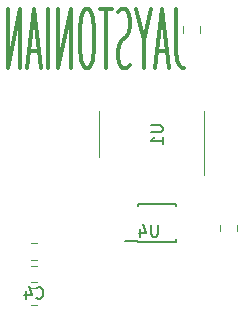
<source format=gbr>
G04 #@! TF.GenerationSoftware,KiCad,Pcbnew,(5.1.5)-3*
G04 #@! TF.CreationDate,2021-02-17T22:29:51-05:00*
G04 #@! TF.ProjectId,c128-sram256KB,63313238-2d73-4726-916d-3235364b422e,rev?*
G04 #@! TF.SameCoordinates,Original*
G04 #@! TF.FileFunction,Legend,Bot*
G04 #@! TF.FilePolarity,Positive*
%FSLAX46Y46*%
G04 Gerber Fmt 4.6, Leading zero omitted, Abs format (unit mm)*
G04 Created by KiCad (PCBNEW (5.1.5)-3) date 2021-02-17 22:29:51*
%MOMM*%
%LPD*%
G04 APERTURE LIST*
%ADD10C,0.350000*%
%ADD11C,0.120000*%
%ADD12C,0.150000*%
G04 APERTURE END LIST*
D10*
X89470642Y-96321904D02*
X89470642Y-99893333D01*
X89556357Y-100607619D01*
X89727785Y-101083809D01*
X89984928Y-101321904D01*
X90156357Y-101321904D01*
X88699214Y-99893333D02*
X87842071Y-99893333D01*
X88870642Y-101321904D02*
X88270642Y-96321904D01*
X87670642Y-101321904D01*
X86727785Y-98940952D02*
X86727785Y-101321904D01*
X87327785Y-96321904D02*
X86727785Y-98940952D01*
X86127785Y-96321904D01*
X85613500Y-101083809D02*
X85356357Y-101321904D01*
X84927785Y-101321904D01*
X84756357Y-101083809D01*
X84670642Y-100845714D01*
X84584928Y-100369523D01*
X84584928Y-99893333D01*
X84670642Y-99417142D01*
X84756357Y-99179047D01*
X84927785Y-98940952D01*
X85270642Y-98702857D01*
X85442071Y-98464761D01*
X85527785Y-98226666D01*
X85613500Y-97750476D01*
X85613500Y-97274285D01*
X85527785Y-96798095D01*
X85442071Y-96560000D01*
X85270642Y-96321904D01*
X84842071Y-96321904D01*
X84584928Y-96560000D01*
X84070642Y-96321904D02*
X83042071Y-96321904D01*
X83556357Y-101321904D02*
X83556357Y-96321904D01*
X82099214Y-96321904D02*
X81756357Y-96321904D01*
X81584928Y-96560000D01*
X81413500Y-97036190D01*
X81327785Y-97988571D01*
X81327785Y-99655238D01*
X81413500Y-100607619D01*
X81584928Y-101083809D01*
X81756357Y-101321904D01*
X82099214Y-101321904D01*
X82270642Y-101083809D01*
X82442071Y-100607619D01*
X82527785Y-99655238D01*
X82527785Y-97988571D01*
X82442071Y-97036190D01*
X82270642Y-96560000D01*
X82099214Y-96321904D01*
X80556357Y-101321904D02*
X80556357Y-96321904D01*
X79527785Y-101321904D01*
X79527785Y-96321904D01*
X78670642Y-101321904D02*
X78670642Y-96321904D01*
X77899214Y-99893333D02*
X77042071Y-99893333D01*
X78070642Y-101321904D02*
X77470642Y-96321904D01*
X76870642Y-101321904D01*
X76270642Y-101321904D02*
X76270642Y-96321904D01*
X75242071Y-101321904D01*
X75242071Y-96321904D01*
D11*
X91515000Y-98305252D02*
X91515000Y-97782748D01*
X90095000Y-98305252D02*
X90095000Y-97782748D01*
X77208748Y-119455000D02*
X77731252Y-119455000D01*
X77208748Y-118035000D02*
X77731252Y-118035000D01*
X94626500Y-114610248D02*
X94626500Y-115132752D01*
X93206500Y-114610248D02*
X93206500Y-115132752D01*
X77208748Y-121360000D02*
X77731252Y-121360000D01*
X77208748Y-119940000D02*
X77731252Y-119940000D01*
X77731252Y-116130000D02*
X77208748Y-116130000D01*
X77731252Y-117550000D02*
X77208748Y-117550000D01*
X82941000Y-106934000D02*
X82941000Y-104984000D01*
X82941000Y-106934000D02*
X82941000Y-108884000D01*
X91811000Y-106934000D02*
X91811000Y-104984000D01*
X91811000Y-106934000D02*
X91811000Y-110384000D01*
D12*
X86259000Y-116052000D02*
X86259000Y-115927000D01*
X89509000Y-116052000D02*
X89509000Y-115827000D01*
X89509000Y-112802000D02*
X89509000Y-113027000D01*
X86259000Y-112802000D02*
X86259000Y-113027000D01*
X86259000Y-116052000D02*
X89509000Y-116052000D01*
X86259000Y-112802000D02*
X89509000Y-112802000D01*
X86259000Y-115927000D02*
X85184000Y-115927000D01*
X77636666Y-120752142D02*
X77684285Y-120799761D01*
X77827142Y-120847380D01*
X77922380Y-120847380D01*
X78065238Y-120799761D01*
X78160476Y-120704523D01*
X78208095Y-120609285D01*
X78255714Y-120418809D01*
X78255714Y-120275952D01*
X78208095Y-120085476D01*
X78160476Y-119990238D01*
X78065238Y-119895000D01*
X77922380Y-119847380D01*
X77827142Y-119847380D01*
X77684285Y-119895000D01*
X77636666Y-119942619D01*
X76779523Y-120180714D02*
X76779523Y-120847380D01*
X77017619Y-119799761D02*
X77255714Y-120514047D01*
X76636666Y-120514047D01*
X87336380Y-106172095D02*
X88145904Y-106172095D01*
X88241142Y-106219714D01*
X88288761Y-106267333D01*
X88336380Y-106362571D01*
X88336380Y-106553047D01*
X88288761Y-106648285D01*
X88241142Y-106695904D01*
X88145904Y-106743523D01*
X87336380Y-106743523D01*
X88336380Y-107743523D02*
X88336380Y-107172095D01*
X88336380Y-107457809D02*
X87336380Y-107457809D01*
X87479238Y-107362571D01*
X87574476Y-107267333D01*
X87622095Y-107172095D01*
X87947404Y-114577880D02*
X87947404Y-115387404D01*
X87899785Y-115482642D01*
X87852166Y-115530261D01*
X87756928Y-115577880D01*
X87566452Y-115577880D01*
X87471214Y-115530261D01*
X87423595Y-115482642D01*
X87375976Y-115387404D01*
X87375976Y-114577880D01*
X86471214Y-114911214D02*
X86471214Y-115577880D01*
X86709309Y-114530261D02*
X86947404Y-115244547D01*
X86328357Y-115244547D01*
M02*

</source>
